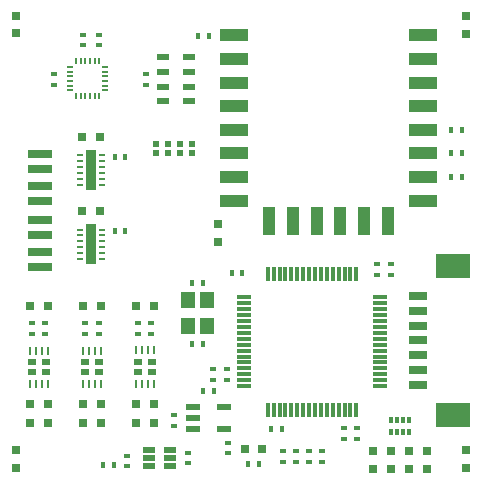
<source format=gtp>
G04 #@! TF.FileFunction,Paste,Top*
%FSLAX46Y46*%
G04 Gerber Fmt 4.6, Leading zero omitted, Abs format (unit mm)*
G04 Created by KiCad (PCBNEW 4.1.0-alpha+201607160317+6981~46~ubuntu14.04.1-product) date Fri Jul 22 01:01:49 2016*
%MOMM*%
%LPD*%
G01*
G04 APERTURE LIST*
%ADD10C,0.100000*%
%ADD11R,1.150000X1.400000*%
%ADD12R,0.400000X0.600000*%
%ADD13R,0.600000X0.400000*%
%ADD14R,1.600000X0.800000*%
%ADD15R,3.000000X2.100000*%
%ADD16R,2.000000X0.800000*%
%ADD17R,0.320000X0.500000*%
%ADD18R,1.200000X0.300000*%
%ADD19R,0.300000X1.200000*%
%ADD20R,1.100000X0.600000*%
%ADD21R,0.500000X0.280000*%
%ADD22R,0.900000X3.400000*%
%ADD23R,1.000000X0.470000*%
%ADD24R,1.220000X0.620000*%
%ADD25R,0.250000X0.700000*%
%ADD26R,0.714000X0.498000*%
%ADD27R,1.100000X2.400000*%
%ADD28R,2.400000X1.100000*%
%ADD29R,0.500000X0.500000*%
%ADD30R,0.550000X0.200000*%
%ADD31R,0.200000X0.550000*%
%ADD32R,0.797560X0.797560*%
%ADD33R,0.750000X0.800000*%
%ADD34R,0.800000X0.750000*%
G04 APERTURE END LIST*
D10*
D11*
X134490000Y-99700000D03*
X134490000Y-101900000D03*
X132890000Y-101900000D03*
X132890000Y-99700000D03*
D12*
X137500000Y-97400000D03*
X136600000Y-97400000D03*
X140850000Y-110550000D03*
X139950000Y-110550000D03*
D13*
X147200000Y-110500000D03*
X147200000Y-111400000D03*
X148900000Y-97550000D03*
X148900000Y-96650000D03*
X146100000Y-110500000D03*
X146100000Y-111400000D03*
X150050000Y-97550000D03*
X150050000Y-96650000D03*
X135050000Y-106430000D03*
X135050000Y-105530000D03*
X136200000Y-106430000D03*
X136200000Y-105530000D03*
D12*
X134650000Y-77300000D03*
X133750000Y-77300000D03*
X134140000Y-103400000D03*
X133240000Y-103400000D03*
X133240000Y-98200000D03*
X134140000Y-98200000D03*
D13*
X121550000Y-80550000D03*
X121550000Y-81450000D03*
X125330000Y-78100000D03*
X125330000Y-77200000D03*
X129300000Y-80550000D03*
X129300000Y-81450000D03*
X123980000Y-78100000D03*
X123980000Y-77200000D03*
D12*
X126700000Y-87550000D03*
X127600000Y-87550000D03*
D13*
X132900000Y-112600000D03*
X132900000Y-113500000D03*
X143100000Y-112450000D03*
X143100000Y-113350000D03*
D12*
X126700000Y-93850000D03*
X127600000Y-93850000D03*
D13*
X136300000Y-111750000D03*
X136300000Y-112650000D03*
X131700000Y-110300000D03*
X131700000Y-109400000D03*
D14*
X152410000Y-99340000D03*
X152410000Y-100590000D03*
X152410000Y-101840000D03*
X152410000Y-103090000D03*
X152410000Y-104340000D03*
X152410000Y-105590000D03*
X152410000Y-106840000D03*
D15*
X155310000Y-109390000D03*
X155310000Y-96790000D03*
D16*
X120350000Y-88585000D03*
X120350000Y-87315000D03*
X120350000Y-91260000D03*
X120350000Y-89990000D03*
X120350000Y-94170000D03*
X120350000Y-92900000D03*
X120350000Y-96850000D03*
X120350000Y-95580000D03*
D12*
X125700000Y-113650000D03*
X126600000Y-113650000D03*
X156100000Y-85250000D03*
X155200000Y-85250000D03*
X156100000Y-87250000D03*
X155200000Y-87250000D03*
X156100000Y-89250000D03*
X155200000Y-89250000D03*
D13*
X144200000Y-113350000D03*
X144200000Y-112450000D03*
X127700000Y-112850000D03*
X127700000Y-113750000D03*
X140900000Y-113350000D03*
X140900000Y-112450000D03*
X142000000Y-112450000D03*
X142000000Y-113350000D03*
D12*
X135100000Y-107350000D03*
X134200000Y-107350000D03*
X138000000Y-113550000D03*
X138900000Y-113550000D03*
D13*
X120800000Y-101650000D03*
X120800000Y-102550000D03*
X129800000Y-101650000D03*
X129800000Y-102550000D03*
X119700000Y-102550000D03*
X119700000Y-101650000D03*
X128700000Y-102550000D03*
X128700000Y-101650000D03*
X125350000Y-101650000D03*
X125350000Y-102550000D03*
X124200000Y-102550000D03*
X124200000Y-101650000D03*
D17*
X151600000Y-109800000D03*
X150600000Y-109800000D03*
X151100000Y-109800000D03*
X150100000Y-109800000D03*
X151100000Y-110800000D03*
X151600000Y-110800000D03*
X150600000Y-110800000D03*
X150100000Y-110800000D03*
D18*
X137650000Y-99450000D03*
X137650000Y-99950000D03*
X137650000Y-100450000D03*
X137650000Y-100950000D03*
X137650000Y-101450000D03*
X137650000Y-101950000D03*
X137650000Y-102450000D03*
X137650000Y-102950000D03*
X137650000Y-103450000D03*
X137650000Y-103950000D03*
X137650000Y-104450000D03*
X137650000Y-104950000D03*
X137650000Y-105450000D03*
X137650000Y-105950000D03*
X137650000Y-106450000D03*
X137650000Y-106950000D03*
D19*
X139650000Y-108950000D03*
X140150000Y-108950000D03*
X140650000Y-108950000D03*
X141150000Y-108950000D03*
X141650000Y-108950000D03*
X142150000Y-108950000D03*
X142650000Y-108950000D03*
X143150000Y-108950000D03*
X143650000Y-108950000D03*
X144150000Y-108950000D03*
X144650000Y-108950000D03*
X145150000Y-108950000D03*
X145650000Y-108950000D03*
X146150000Y-108950000D03*
X146650000Y-108950000D03*
X147150000Y-108950000D03*
D18*
X149150000Y-106950000D03*
X149150000Y-106450000D03*
X149150000Y-105950000D03*
X149150000Y-105450000D03*
X149150000Y-104950000D03*
X149150000Y-104450000D03*
X149150000Y-103950000D03*
X149150000Y-103450000D03*
X149150000Y-102950000D03*
X149150000Y-102450000D03*
X149150000Y-101950000D03*
X149150000Y-101450000D03*
X149150000Y-100950000D03*
X149150000Y-100450000D03*
X149150000Y-99950000D03*
X149150000Y-99450000D03*
D19*
X147150000Y-97450000D03*
X146650000Y-97450000D03*
X146150000Y-97450000D03*
X145650000Y-97450000D03*
X145150000Y-97450000D03*
X144650000Y-97450000D03*
X144150000Y-97450000D03*
X143650000Y-97450000D03*
X143150000Y-97450000D03*
X142650000Y-97450000D03*
X142150000Y-97450000D03*
X141650000Y-97450000D03*
X141150000Y-97450000D03*
X140650000Y-97450000D03*
X140150000Y-97450000D03*
X139650000Y-97450000D03*
D20*
X130800000Y-81600000D03*
X130800000Y-82850000D03*
X130800000Y-80350000D03*
X130800000Y-79100000D03*
X133000000Y-79100000D03*
X133000000Y-80350000D03*
X133000000Y-82850000D03*
X133000000Y-81600000D03*
D21*
X123750000Y-87400000D03*
X123750000Y-87900000D03*
X123750000Y-88400000D03*
X123750000Y-88900000D03*
X123750000Y-89400000D03*
X123750000Y-89900000D03*
X125650000Y-89900000D03*
X125650000Y-89400000D03*
X125650000Y-88900000D03*
X125650000Y-88400000D03*
X125650000Y-87900000D03*
X125650000Y-87400000D03*
D22*
X124700000Y-88650000D03*
D23*
X131400000Y-113700000D03*
X131400000Y-113050000D03*
X131400000Y-112400000D03*
X129600000Y-112400000D03*
X129600000Y-113050000D03*
X129600000Y-113700000D03*
D21*
X123750000Y-93700000D03*
X123750000Y-94200000D03*
X123750000Y-94700000D03*
X123750000Y-95200000D03*
X123750000Y-95700000D03*
X123750000Y-96200000D03*
X125650000Y-96200000D03*
X125650000Y-95700000D03*
X125650000Y-95200000D03*
X125650000Y-94700000D03*
X125650000Y-94200000D03*
X125650000Y-93700000D03*
D22*
X124700000Y-94950000D03*
D24*
X135970000Y-108700000D03*
X135970000Y-110600000D03*
X133350000Y-110600000D03*
X133350000Y-109650000D03*
X133350000Y-108700000D03*
D25*
X121000000Y-103950000D03*
X120500000Y-103950000D03*
X120000000Y-103950000D03*
X119500000Y-103950000D03*
X119500000Y-106750000D03*
X120000000Y-106750000D03*
X120500000Y-106750000D03*
X121000000Y-106750000D03*
D26*
X119655000Y-105765000D03*
X120845000Y-105765000D03*
X119655000Y-104935000D03*
X120845000Y-104935000D03*
D25*
X130005000Y-103935000D03*
X129505000Y-103935000D03*
X129005000Y-103935000D03*
X128505000Y-103935000D03*
X128505000Y-106735000D03*
X129005000Y-106735000D03*
X129505000Y-106735000D03*
X130005000Y-106735000D03*
D26*
X128660000Y-105750000D03*
X129850000Y-105750000D03*
X128660000Y-104920000D03*
X129850000Y-104920000D03*
D25*
X125545000Y-103950000D03*
X125045000Y-103950000D03*
X124545000Y-103950000D03*
X124045000Y-103950000D03*
X124045000Y-106750000D03*
X124545000Y-106750000D03*
X125045000Y-106750000D03*
X125545000Y-106750000D03*
D26*
X124200000Y-105765000D03*
X125390000Y-105765000D03*
X124200000Y-104935000D03*
X125390000Y-104935000D03*
D27*
X139790000Y-93000000D03*
X141790000Y-93000000D03*
X143790000Y-93000000D03*
X145790000Y-93000000D03*
X147790000Y-93000000D03*
X149790000Y-93000000D03*
D28*
X136800000Y-77250000D03*
X136800000Y-79250000D03*
X136800000Y-81250000D03*
X136800000Y-83250000D03*
X136800000Y-85250000D03*
X136800000Y-87250000D03*
X136800000Y-89250000D03*
X136800000Y-91250000D03*
X152800000Y-91250000D03*
X152800000Y-89250000D03*
X152800000Y-87250000D03*
X152800000Y-85250000D03*
X152800000Y-83250000D03*
X152800000Y-81250000D03*
X152800000Y-79250000D03*
X152800000Y-77250000D03*
D29*
X130200000Y-86450000D03*
X130200000Y-87200000D03*
X131200000Y-86450000D03*
X131200000Y-87200000D03*
X132200000Y-86450000D03*
X132200000Y-87200000D03*
X133200000Y-86450000D03*
X133200000Y-87200000D03*
D30*
X125900000Y-81925000D03*
X125900000Y-81525000D03*
X125900000Y-81125000D03*
X125900000Y-80725000D03*
X125900000Y-80325000D03*
X125900000Y-79925000D03*
D31*
X125400000Y-79425000D03*
X125000000Y-79425000D03*
X124600000Y-79425000D03*
X124200000Y-79425000D03*
X123800000Y-79425000D03*
X123400000Y-79425000D03*
D30*
X122900000Y-79925000D03*
X122900000Y-80325000D03*
X122900000Y-80725000D03*
X122900000Y-81125000D03*
X122900000Y-81525000D03*
X122900000Y-81925000D03*
D31*
X123400000Y-82425000D03*
X123800000Y-82425000D03*
X124200000Y-82425000D03*
X124600000Y-82425000D03*
X125000000Y-82425000D03*
X125400000Y-82425000D03*
D32*
X156450000Y-75650700D03*
X156450000Y-77149300D03*
X118350000Y-75600700D03*
X118350000Y-77099300D03*
X156450000Y-112401400D03*
X156450000Y-113900000D03*
X139198600Y-112250000D03*
X137700000Y-112250000D03*
X118350000Y-112401400D03*
X118350000Y-113900000D03*
X153100000Y-112450700D03*
X153100000Y-113949300D03*
X150100000Y-112450000D03*
X150100000Y-113948600D03*
X148600000Y-112450700D03*
X148600000Y-113949300D03*
X151600000Y-112450700D03*
X151600000Y-113949300D03*
D33*
X135400000Y-93250000D03*
X135400000Y-94750000D03*
D34*
X123950000Y-85850000D03*
X125450000Y-85850000D03*
X121000000Y-108450000D03*
X119500000Y-108450000D03*
X125500000Y-108450000D03*
X124000000Y-108450000D03*
X123950000Y-92150000D03*
X125450000Y-92150000D03*
X125500000Y-110050000D03*
X124000000Y-110050000D03*
X125500000Y-100200000D03*
X124000000Y-100200000D03*
X130000000Y-110050000D03*
X128500000Y-110050000D03*
X121000000Y-100200000D03*
X119500000Y-100200000D03*
X130000000Y-100200000D03*
X128500000Y-100200000D03*
X121000000Y-110050000D03*
X119500000Y-110050000D03*
X130000000Y-108450000D03*
X128500000Y-108450000D03*
M02*

</source>
